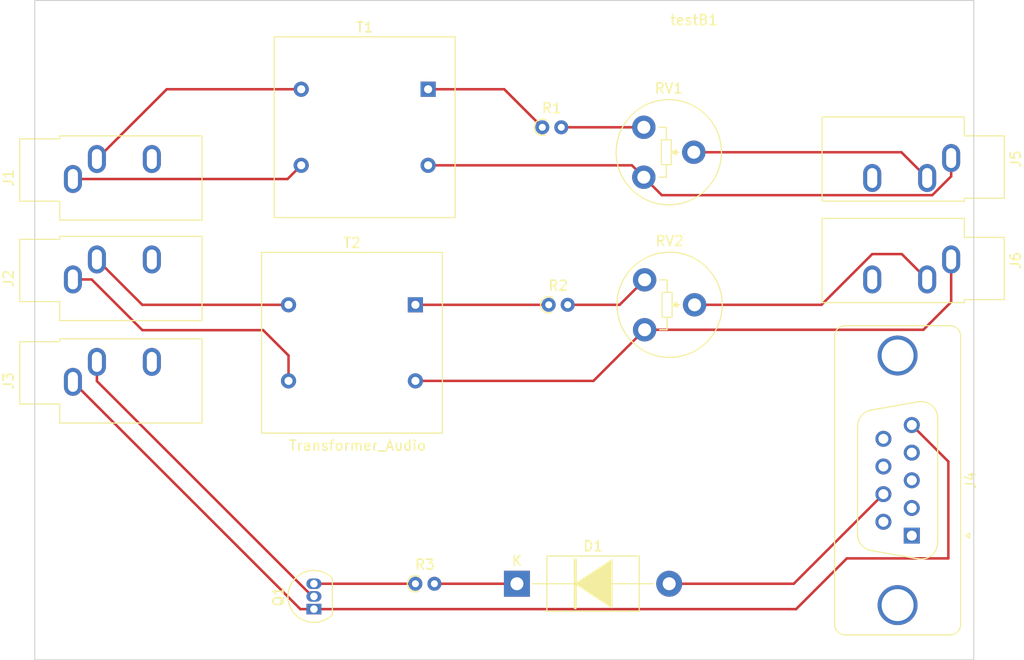
<source format=kicad_pcb>
(kicad_pcb (version 20221018) (generator pcbnew)
  (layers (0 "F.Cu" signal) (31 "B.Cu" signal) (34 "B.Paste" user) (35 "F.Paste" user) (36 "B.SilkS" user "B.Silkscreen") (37 "F.SilkS" user "F.Silkscreen") (38 "B.Mask" user) (39 "F.Mask" user) (44 "Edge.Cuts" user))
  (net 0 "")
  (net 1 "Net-(T1-SA)")
  (net 2 "Net-(T2-SA)")
  (net 3 "Net-(D1-K)")
  (net 4 "Net-(D1-A)")
  (net 6 "Net-(T1-AB)")
  (net 7 "Net-(T1-AA)")
  (net 9 "Net-(T2-AB)")
  (net 10 "Net-(T2-AA)")
  (net 12 "Net-(Q1-E)")
  (net 13 "Net-(Q1-C)")
  (net 23 "Net-(Q1-B)")
  (net 24 "Net-(T1-SB)")
  (net 25 "Net-(T2-SB)")
  (net 26 "Net-(J5-PadT)")
  (net 27 "Net-(J6-PadT)")
  (net 28 "Net-(R1-Pad2)")
  (net 29 "Net-(R2-Pad2)")
  (footprint "Connector_Audio:Jack_3.5mm_CUI_SJ1-3533NG_Horizontal" (layer "F.Cu") (at 80.02 96.62 90)
    (fp_text reference "J3" (at 0.1 -6.45 90) (layer "F.SilkS"))
    (fp_text value "AudioJack3")
    (fp_line (start -4.12 -1.32) (end -2.22 -1.32) (stroke (width 0.12)) (layer "F.SilkS"))
    (fp_line (start -4.12 12.92) (end -4.12 -1.32) (stroke (width 0.12)) (layer "F.SilkS"))
    (fp_line (start -2.22 -5.32) (end 4.02 -5.32) (stroke (width 0.12)) (layer "F.SilkS"))
    (fp_line (start -2.22 -1.32) (end -2.22 -5.32) (stroke (width 0.12)) (layer "F.SilkS"))
    (fp_line (start 4.02 -5.32) (end 4.02 -1.32) (stroke (width 0.12)) (layer "F.SilkS"))
    (fp_line (start 4.02 -1.32) (end 4.32 -1.32) (stroke (width 0.12)) (layer "F.SilkS"))
    (fp_line (start 4.32 -1.32) (end 4.32 12.92) (stroke (width 0.12)) (layer "F.SilkS"))
    (fp_line (start 4.32 12.92) (end -4.12 12.92) (stroke (width 0.12)) (layer "F.SilkS"))
    (pad "R" thru_hole oval (at 2 7.9 90) (size 2.8 1.8) (drill oval 2 1) (layers "*.Cu" "*.Mask"))
    (pad "S" thru_hole oval (at 0 0 90) (size 2.8 1.8) (drill oval 2 1) (layers "*.Cu" "*.Mask") (net 12 "Net-(Q1-E)"))
    (pad "T" thru_hole oval (at 2 2.4 90) (size 2.8 1.8) (drill oval 2 1) (layers "*.Cu" "*.Mask") (net 13 "Net-(Q1-C)"))
  )
  (footprint "Connector_Audio:Jack_3.5mm_CUI_SJ1-3533NG_Horizontal" (layer "F.Cu") (at 80.02 76.3 90)
    (fp_text reference "J1" (at 0.1 -6.45 90) (layer "F.SilkS"))
    (fp_text value "AudioJack3")
    (fp_line (start -4.12 -1.32) (end -2.22 -1.32) (stroke (width 0.12)) (layer "F.SilkS"))
    (fp_line (start -4.12 12.92) (end -4.12 -1.32) (stroke (width 0.12)) (layer "F.SilkS"))
    (fp_line (start -2.22 -5.32) (end 4.02 -5.32) (stroke (width 0.12)) (layer "F.SilkS"))
    (fp_line (start -2.22 -1.32) (end -2.22 -5.32) (stroke (width 0.12)) (layer "F.SilkS"))
    (fp_line (start 4.02 -5.32) (end 4.02 -1.32) (stroke (width 0.12)) (layer "F.SilkS"))
    (fp_line (start 4.02 -1.32) (end 4.32 -1.32) (stroke (width 0.12)) (layer "F.SilkS"))
    (fp_line (start 4.32 -1.32) (end 4.32 12.92) (stroke (width 0.12)) (layer "F.SilkS"))
    (fp_line (start 4.32 12.92) (end -4.12 12.92) (stroke (width 0.12)) (layer "F.SilkS"))
    (pad "R" thru_hole oval (at 2 7.9 90) (size 2.8 1.8) (drill oval 2 1) (layers "*.Cu" "*.Mask"))
    (pad "S" thru_hole oval (at 0 0 90) (size 2.8 1.8) (drill oval 2 1) (layers "*.Cu" "*.Mask") (net 6 "Net-(T1-AB)"))
    (pad "T" thru_hole oval (at 2 2.4 90) (size 2.8 1.8) (drill oval 2 1) (layers "*.Cu" "*.Mask") (net 7 "Net-(T1-AA)"))
  )
  (footprint "Transformer_THT:Transformer_NF_ETAL_1-1_P1200" (layer "F.Cu") (at 114.3 88.9)
    (fp_text reference "T2" (at -6.35 -6.2) (layer "F.SilkS"))
    (fp_text value "Transformer_Audio" (at -5.8 14.1) (layer "F.SilkS"))
    (fp_line (start -15.4 -5.25) (end 2.7 -5.25) (stroke (width 0.12)) (layer "F.SilkS"))
    (fp_line (start -15.4 12.85) (end -15.4 -5.25) (stroke (width 0.12)) (layer "F.SilkS"))
    (fp_line (start 2.7 -5.25) (end 2.7 12.85) (stroke (width 0.12)) (layer "F.SilkS"))
    (fp_line (start 2.7 12.85) (end -15.4 12.85) (stroke (width 0.12)) (layer "F.SilkS"))
    (pad "1" thru_hole rect (at 0 0) (size 1.52 1.52) (drill 0.81) (layers "*.Cu" "*.Mask") (net 25 "Net-(T2-SB)"))
    (pad "3" thru_hole circle (at 0 7.62) (size 1.52 1.52) (drill 0.81) (layers "*.Cu" "*.Mask") (net 2 "Net-(T2-SA)"))
    (pad "4" thru_hole circle (at -12.7 7.62) (size 1.52 1.52) (drill 0.81) (layers "*.Cu" "*.Mask") (net 9 "Net-(T2-AB)"))
    (pad "6" thru_hole circle (at -12.7 0) (size 1.52 1.52) (drill 0.81) (layers "*.Cu" "*.Mask") (net 10 "Net-(T2-AA)"))
  )
  (footprint "Resistor_THT:R_Axial_DIN0204_L3.6mm_D1.6mm_P1.90mm_Vertical" (layer "F.Cu") (at 127 71.12)
    (fp_text reference "R1" (at 0.95 -1.92) (layer "F.SilkS"))
    (fp_text value "R")
    (fp_arc (start 0.320095 0.749359) (mid -0.813042 -0.054435) (end 0.417133 -0.7) (stroke (width 0.12)) (layer "F.SilkS"))
    (pad "1" thru_hole circle (at 0 0) (size 1.4 1.4) (drill 0.7) (layers "*.Cu" "*.Mask") (net 24 "Net-(T1-SB)"))
    (pad "2" thru_hole oval (at 1.9 0) (size 1.4 1.4) (drill 0.7) (layers "*.Cu" "*.Mask") (net 28 "Net-(R1-Pad2)"))
  )
  (footprint "Package_TO_SOT_THT:TO-92_Inline" (layer "F.Cu") (at 104.14 119.38 90)
    (fp_text reference "Q1" (at 1.27 -3.56 90) (layer "F.SilkS"))
    (fp_text value "2SC1815")
    (fp_line (start -0.53 1.85) (end 3.07 1.85) (stroke (width 0.12)) (layer "F.SilkS"))
    (fp_arc (start -0.568478 1.838478) (mid -1.132087 -0.994977) (end 1.27 -2.6) (stroke (width 0.12)) (layer "F.SilkS"))
    (fp_arc (start 1.27 -2.6) (mid 3.672087 -0.994977) (end 3.108478 1.838478) (stroke (width 0.12)) (layer "F.SilkS"))
    (pad "1" thru_hole rect (at 0 0 90) (size 1.05 1.5) (drill 0.75) (layers "*.Cu" "*.Mask") (net 12 "Net-(Q1-E)"))
    (pad "2" thru_hole oval (at 1.27 0 90) (size 1.05 1.5) (drill 0.75) (layers "*.Cu" "*.Mask") (net 13 "Net-(Q1-C)"))
    (pad "3" thru_hole oval (at 2.54 0 90) (size 1.05 1.5) (drill 0.75) (layers "*.Cu" "*.Mask") (net 23 "Net-(Q1-B)"))
  )
  (footprint "Resistor_THT:R_Axial_DIN0204_L3.6mm_D1.6mm_P1.90mm_Vertical" (layer "F.Cu") (at 114.3 116.84)
    (fp_text reference "R3" (at 0.95 -1.92) (layer "F.SilkS"))
    (fp_text value "R")
    (fp_arc (start 0.320095 0.749359) (mid -0.813042 -0.054435) (end 0.417133 -0.7) (stroke (width 0.12)) (layer "F.SilkS"))
    (pad "1" thru_hole circle (at 0 0) (size 1.4 1.4) (drill 0.7) (layers "*.Cu" "*.Mask") (net 23 "Net-(Q1-B)"))
    (pad "2" thru_hole oval (at 1.9 0) (size 1.4 1.4) (drill 0.7) (layers "*.Cu" "*.Mask") (net 3 "Net-(D1-K)"))
  )
  (footprint "Connector_Audio:Jack_3.5mm_CUI_SJ1-3533NG_Horizontal" (layer "F.Cu") (at 167.92 74.2 -90)
    (fp_text reference "J5" (at 0.1 -6.45 90) (layer "F.SilkS"))
    (fp_text value "AudioJack3")
    (fp_line (start -4.12 -1.32) (end -2.22 -1.32) (stroke (width 0.12)) (layer "F.SilkS"))
    (fp_line (start -4.12 12.92) (end -4.12 -1.32) (stroke (width 0.12)) (layer "F.SilkS"))
    (fp_line (start -2.22 -5.32) (end 4.02 -5.32) (stroke (width 0.12)) (layer "F.SilkS"))
    (fp_line (start -2.22 -1.32) (end -2.22 -5.32) (stroke (width 0.12)) (layer "F.SilkS"))
    (fp_line (start 4.02 -5.32) (end 4.02 -1.32) (stroke (width 0.12)) (layer "F.SilkS"))
    (fp_line (start 4.02 -1.32) (end 4.32 -1.32) (stroke (width 0.12)) (layer "F.SilkS"))
    (fp_line (start 4.32 -1.32) (end 4.32 12.92) (stroke (width 0.12)) (layer "F.SilkS"))
    (fp_line (start 4.32 12.92) (end -4.12 12.92) (stroke (width 0.12)) (layer "F.SilkS"))
    (pad "R" thru_hole oval (at 2 7.9 270) (size 2.8 1.8) (drill oval 2 1) (layers "*.Cu" "*.Mask"))
    (pad "S" thru_hole oval (at 0 0 270) (size 2.8 1.8) (drill oval 2 1) (layers "*.Cu" "*.Mask") (net 1 "Net-(T1-SA)"))
    (pad "T" thru_hole oval (at 2 2.4 270) (size 2.8 1.8) (drill oval 2 1) (layers "*.Cu" "*.Mask") (net 26 "Net-(J5-PadT)"))
  )
  (footprint "PCM_Potentiometer_THT_AKL:Potentiometer_Piher_PT-10-V05_Vertical" (layer "F.Cu") (at 137.24 91.4)
    (fp_text reference "RV2" (at 2.5 -8.9) (layer "F.SilkS"))
    (fp_text value "R_Potentiometer_Trim" hide)
    (fp_line (start 2.25 -5) (end 1.5 -5) (stroke (width 0.12)) (layer "F.SilkS"))
    (fp_line (start 2.25 -3.75) (end 2.25 -5) (stroke (width 0.12)) (layer "F.SilkS"))
    (fp_line (start 2.25 -1.25) (end 2.25 0) (stroke (width 0.12)) (layer "F.SilkS"))
    (fp_line (start 2.25 0) (end 1.5 0) (stroke (width 0.12)) (layer "F.SilkS"))
    (fp_line (start 2.75 -2.5) (end 3.5 -2.5) (stroke (width 0.12)) (layer "F.SilkS"))
    (fp_rect (start 1.75 -3.75) (end 2.75 -1.25) (stroke (width 0.12)) (fill none) (layer "F.SilkS"))
    (fp_circle (center 2.501 -2.5) (end 7.771 -2.5) (stroke (width 0.12)) (fill none) (layer "F.SilkS"))
    (fp_poly (pts (xy 3.25 -2.25) (xy 2.75 -2.5) (xy 3.25 -2.75)) (stroke (width 0.12)) (fill solid) (layer "F.SilkS"))
    (pad "1" thru_hole circle (at 0 -5) (size 2.34 2.34) (drill 1.3) (layers "*.Cu" "*.Mask") (net 29 "Net-(R2-Pad2)"))
    (pad "2" thru_hole circle (at 5 -2.5) (size 2.34 2.34) (drill 1.3) (layers "*.Cu" "*.Mask") (net 27 "Net-(J6-PadT)"))
    (pad "3" thru_hole circle (at 0 0) (size 2.34 2.34) (drill 1.3) (layers "*.Cu" "*.Mask") (net 2 "Net-(T2-SA)"))
  )
  (footprint "PCM_Potentiometer_THT_AKL:Potentiometer_Piher_PT-10-V05_Vertical" (layer "F.Cu") (at 137.16 76.12)
    (fp_text reference "RV1" (at 2.5 -8.9) (layer "F.SilkS"))
    (fp_text value "R_Potentiometer_Trim" hide)
    (fp_line (start 2.25 -5) (end 1.5 -5) (stroke (width 0.12)) (layer "F.SilkS"))
    (fp_line (start 2.25 -3.75) (end 2.25 -5) (stroke (width 0.12)) (layer "F.SilkS"))
    (fp_line (start 2.25 -1.25) (end 2.25 0) (stroke (width 0.12)) (layer "F.SilkS"))
    (fp_line (start 2.25 0) (end 1.5 0) (stroke (width 0.12)) (layer "F.SilkS"))
    (fp_line (start 2.75 -2.5) (end 3.5 -2.5) (stroke (width 0.12)) (layer "F.SilkS"))
    (fp_rect (start 1.75 -3.75) (end 2.75 -1.25) (stroke (width 0.12)) (fill none) (layer "F.SilkS"))
    (fp_circle (center 2.501 -2.5) (end 7.771 -2.5) (stroke (width 0.12)) (fill none) (layer "F.SilkS"))
    (fp_poly (pts (xy 3.25 -2.25) (xy 2.75 -2.5) (xy 3.25 -2.75)) (stroke (width 0.12)) (fill solid) (layer "F.SilkS"))
    (pad "1" thru_hole circle (at 0 -5) (size 2.34 2.34) (drill 1.3) (layers "*.Cu" "*.Mask") (net 28 "Net-(R1-Pad2)"))
    (pad "2" thru_hole circle (at 5 -2.5) (size 2.34 2.34) (drill 1.3) (layers "*.Cu" "*.Mask") (net 26 "Net-(J5-PadT)"))
    (pad "3" thru_hole circle (at 0 0) (size 2.34 2.34) (drill 1.3) (layers "*.Cu" "*.Mask") (net 1 "Net-(T1-SA)"))
  )
  (footprint "PCM_Diode_THT_AKL:D_DO-201AE_P15.24mm_Horizontal" (layer "F.Cu") (at 124.46 116.84)
    (fp_text reference "D1" (at 7.62 -3.77) (layer "F.SilkS"))
    (fp_text value "PMEG3010ER" hide)
    (fp_text user "K" (at 0 -2.3) (layer "F.SilkS"))
    (fp_line (start 1.54 0) (end 3 0) (stroke (width 0.12)) (layer "F.SilkS"))
    (fp_line (start 3 -2.77) (end 3 2.77) (stroke (width 0.12)) (layer "F.SilkS"))
    (fp_line (start 3 2.77) (end 12.24 2.77) (stroke (width 0.12)) (layer "F.SilkS"))
    (fp_line (start 5.842 -2.413) (end 5.842 2.413) (stroke (width 0.3)) (layer "F.SilkS"))
    (fp_line (start 5.969 0) (end 3 0) (stroke (width 0.12)) (layer "F.SilkS"))
    (fp_line (start 9.525 0) (end 12.24 0) (stroke (width 0.12)) (layer "F.SilkS"))
    (fp_line (start 12.24 -2.77) (end 3 -2.77) (stroke (width 0.12)) (layer "F.SilkS"))
    (fp_line (start 12.24 2.77) (end 12.24 -2.77) (stroke (width 0.12)) (layer "F.SilkS"))
    (fp_line (start 13.7 0) (end 12.24 0) (stroke (width 0.12)) (layer "F.SilkS"))
    (fp_poly (pts (xy 9.525 2.413) (xy 5.842 0) (xy 9.525 -2.413)) (stroke (width 0.1)) (fill solid) (layer "F.SilkS"))
    (pad "1" thru_hole rect (at 0 0) (size 2.6 2.6) (drill 1.3) (layers "*.Cu" "*.Mask") (net 3 "Net-(D1-K)"))
    (pad "2" thru_hole oval (at 15.24 0) (size 2.6 2.6) (drill 1.3) (layers "*.Cu" "*.Mask") (net 4 "Net-(D1-A)"))
  )
  (footprint "Resistor_THT:R_Axial_DIN0204_L3.6mm_D1.6mm_P1.90mm_Vertical" (layer "F.Cu") (at 127.64 88.9)
    (fp_text reference "R2" (at 0.95 -1.92) (layer "F.SilkS"))
    (fp_text value "R")
    (fp_arc (start 0.320095 0.749359) (mid -0.813042 -0.054435) (end 0.417133 -0.7) (stroke (width 0.12)) (layer "F.SilkS"))
    (pad "1" thru_hole circle (at 0 0) (size 1.4 1.4) (drill 0.7) (layers "*.Cu" "*.Mask") (net 25 "Net-(T2-SB)"))
    (pad "2" thru_hole oval (at 1.9 0) (size 1.4 1.4) (drill 0.7) (layers "*.Cu" "*.Mask") (net 29 "Net-(R2-Pad2)"))
  )
  (footprint "Connector_Audio:Jack_3.5mm_CUI_SJ1-3533NG_Horizontal" (layer "F.Cu") (at 80.02 86.36 90)
    (fp_text reference "J2" (at 0.1 -6.45 90) (layer "F.SilkS"))
    (fp_text value "AudioJack3")
    (fp_line (start -4.12 -1.32) (end -2.22 -1.32) (stroke (width 0.12)) (layer "F.SilkS"))
    (fp_line (start -4.12 12.92) (end -4.12 -1.32) (stroke (width 0.12)) (layer "F.SilkS"))
    (fp_line (start -2.22 -5.32) (end 4.02 -5.32) (stroke (width 0.12)) (layer "F.SilkS"))
    (fp_line (start -2.22 -1.32) (end -2.22 -5.32) (stroke (width 0.12)) (layer "F.SilkS"))
    (fp_line (start 4.02 -5.32) (end 4.02 -1.32) (stroke (width 0.12)) (layer "F.SilkS"))
    (fp_line (start 4.02 -1.32) (end 4.32 -1.32) (stroke (width 0.12)) (layer "F.SilkS"))
    (fp_line (start 4.32 -1.32) (end 4.32 12.92) (stroke (width 0.12)) (layer "F.SilkS"))
    (fp_line (start 4.32 12.92) (end -4.12 12.92) (stroke (width 0.12)) (layer "F.SilkS"))
    (pad "R" thru_hole oval (at 2 7.9 90) (size 2.8 1.8) (drill oval 2 1) (layers "*.Cu" "*.Mask"))
    (pad "S" thru_hole oval (at 0 0 90) (size 2.8 1.8) (drill oval 2 1) (layers "*.Cu" "*.Mask") (net 9 "Net-(T2-AB)"))
    (pad "T" thru_hole oval (at 2 2.4 90) (size 2.8 1.8) (drill oval 2 1) (layers "*.Cu" "*.Mask") (net 10 "Net-(T2-AA)"))
  )
  (footprint "Connector_Dsub:DSUB-9_Female_Vertical_P2.77x2.84mm_MountingHoles" (layer "F.Cu") (at 163.98 112.02 -90)
    (fp_text reference "J4" (at -5.54 -5.89 90) (layer "F.SilkS"))
    (fp_text value "DE9_Plug")
    (fp_line (start -21.025 6.67) (end -21.025 -3.83) (stroke (width 0.12)) (layer "F.SilkS"))
    (fp_line (start -19.965 -4.89) (end 8.885 -4.89) (stroke (width 0.12)) (layer "F.SilkS"))
    (fp_line (start -13.40647 -0.641744) (end -12.577733 4.058256) (stroke (width 0.12)) (layer "F.SilkS"))
    (fp_line (start -11.771689 -2.59) (end 0.691689 -2.59) (stroke (width 0.12)) (layer "F.SilkS"))
    (fp_line (start -10.942952 5.43) (end -0.137048 5.43) (stroke (width 0.12)) (layer "F.SilkS"))
    (fp_line (start -0.25 -5.784338) (end 0.25 -5.784338) (stroke (width 0.12)) (layer "F.SilkS"))
    (fp_line (start 0 -5.351325) (end -0.25 -5.784338) (stroke (width 0.12)) (layer "F.SilkS"))
    (fp_line (start 0.25 -5.784338) (end 0 -5.351325) (stroke (width 0.12)) (layer "F.SilkS"))
    (fp_line (start 2.32647 -0.641744) (end 1.497733 4.058256) (stroke (width 0.12)) (layer "F.SilkS"))
    (fp_line (start 8.885 7.73) (end -19.965 7.73) (stroke (width 0.12)) (layer "F.SilkS"))
    (fp_line (start 9.945 -3.83) (end 9.945 6.67) (stroke (width 0.12)) (layer "F.SilkS"))
    (fp_arc (start -21.025 -3.83) (mid -20.714533 -4.579533) (end -19.965 -4.89) (stroke (width 0.12)) (layer "F.SilkS"))
    (fp_arc (start -19.965 7.73) (mid -20.714533 7.419533) (end -21.025 6.67) (stroke (width 0.12)) (layer "F.SilkS"))
    (fp_arc (start -13.40647 -0.641744) (mid -13.043323 -1.997028) (end -11.771689 -2.59) (stroke (width 0.12)) (layer "F.SilkS"))
    (fp_arc (start -10.942952 5.43) (mid -12.00998 5.041634) (end -12.577733 4.058256) (stroke (width 0.12)) (layer "F.SilkS"))
    (fp_arc (start 0.691689 -2.59) (mid 1.963324 -1.997028) (end 2.32647 -0.641744) (stroke (width 0.12)) (layer "F.SilkS"))
    (fp_arc (start 1.497733 4.058256) (mid 0.92998 5.041634) (end -0.137048 5.43) (stroke (width 0.12)) (layer "F.SilkS"))
    (fp_arc (start 8.885 -4.89) (mid 9.634533 -4.579533) (end 9.945 -3.83) (stroke (width 0.12)) (layer "F.SilkS"))
    (fp_arc (start 9.945 6.67) (mid 9.634533 7.419533) (end 8.885 7.73) (stroke (width 0.12)) (layer "F.SilkS"))
    (pad "0" thru_hole circle (at -18.04 1.42 270) (size 4 4) (drill 3.2) (layers "*.Cu" "*.Mask"))
    (pad "0" thru_hole circle (at 6.96 1.42 270) (size 4 4) (drill 3.2) (layers "*.Cu" "*.Mask"))
    (pad "1" thru_hole rect (at 0 0 270) (size 1.6 1.6) (drill 1) (layers "*.Cu" "*.Mask"))
    (pad "2" thru_hole circle (at -2.77 0 270) (size 1.6 1.6) (drill 1) (layers "*.Cu" "*.Mask"))
    (pad "3" thru_hole circle (at -5.54 0 270) (size 1.6 1.6) (drill 1) (layers "*.Cu" "*.Mask"))
    (pad "4" thru_hole circle (at -8.31 0 270) (size 1.6 1.6) (drill 1) (layers "*.Cu" "*.Mask"))
    (pad "5" thru_hole circle (at -11.08 0 270) (size 1.6 1.6) (drill 1) (layers "*.Cu" "*.Mask") (net 12 "Net-(Q1-E)"))
    (pad "6" thru_hole circle (at -1.385 2.84 270) (size 1.6 1.6) (drill 1) (layers "*.Cu" "*.Mask"))
    (pad "7" thru_hole circle (at -4.155 2.84 270) (size 1.6 1.6) (drill 1) (layers "*.Cu" "*.Mask") (net 4 "Net-(D1-A)"))
    (pad "8" thru_hole circle (at -6.925 2.84 270) (size 1.6 1.6) (drill 1) (layers "*.Cu" "*.Mask"))
    (pad "9" thru_hole circle (at -9.695 2.84 270) (size 1.6 1.6) (drill 1) (layers "*.Cu" "*.Mask"))
  )
  (footprint "Transformer_THT:Transformer_NF_ETAL_1-1_P1200" (layer "F.Cu") (at 115.57 67.31)
    (fp_text reference "T1" (at -6.35 -6.2) (layer "F.SilkS"))
    (fp_text value "Transformer_Audio")
    (fp_line (start -15.4 -5.25) (end 2.7 -5.25) (stroke (width 0.12)) (layer "F.SilkS"))
    (fp_line (start -15.4 12.85) (end -15.4 -5.25) (stroke (width 0.12)) (layer "F.SilkS"))
    (fp_line (start 2.7 -5.25) (end 2.7 12.85) (stroke (width 0.12)) (layer "F.SilkS"))
    (fp_line (start 2.7 12.85) (end -15.4 12.85) (stroke (width 0.12)) (layer "F.SilkS"))
    (pad "1" thru_hole rect (at 0 0) (size 1.52 1.52) (drill 0.81) (layers "*.Cu" "*.Mask") (net 24 "Net-(T1-SB)"))
    (pad "3" thru_hole circle (at 0 7.62) (size 1.52 1.52) (drill 0.81) (layers "*.Cu" "*.Mask") (net 1 "Net-(T1-SA)"))
    (pad "4" thru_hole circle (at -12.7 7.62) (size 1.52 1.52) (drill 0.81) (layers "*.Cu" "*.Mask") (net 6 "Net-(T1-AB)"))
    (pad "6" thru_hole circle (at -12.7 0) (size 1.52 1.52) (drill 0.81) (layers "*.Cu" "*.Mask") (net 7 "Net-(T1-AA)"))
  )
  (footprint "Connector_Audio:Jack_3.5mm_CUI_SJ1-3533NG_Horizontal" (layer "F.Cu") (at 167.92 84.36 -90)
    (fp_text reference "J6" (at 0.1 -6.45 90) (layer "F.SilkS"))
    (fp_text value "AudioJack3")
    (fp_line (start -4.12 -1.32) (end -2.22 -1.32) (stroke (width 0.12)) (layer "F.SilkS"))
    (fp_line (start -4.12 12.92) (end -4.12 -1.32) (stroke (width 0.12)) (layer "F.SilkS"))
    (fp_line (start -2.22 -5.32) (end 4.02 -5.32) (stroke (width 0.12)) (layer "F.SilkS"))
    (fp_line (start -2.22 -1.32) (end -2.22 -5.32) (stroke (width 0.12)) (layer "F.SilkS"))
    (fp_line (start 4.02 -5.32) (end 4.02 -1.32) (stroke (width 0.12)) (layer "F.SilkS"))
    (fp_line (start 4.02 -1.32) (end 4.32 -1.32) (stroke (width 0.12)) (layer "F.SilkS"))
    (fp_line (start 4.32 -1.32) (end 4.32 12.92) (stroke (width 0.12)) (layer "F.SilkS"))
    (fp_line (start 4.32 12.92) (end -4.12 12.92) (stroke (width 0.12)) (layer "F.SilkS"))
    (pad "R" thru_hole oval (at 2 7.9 270) (size 2.8 1.8) (drill oval 2 1) (layers "*.Cu" "*.Mask"))
    (pad "S" thru_hole oval (at 0 0 270) (size 2.8 1.8) (drill oval 2 1) (layers "*.Cu" "*.Mask") (net 2 "Net-(T2-SA)"))
    (pad "T" thru_hole oval (at 2 2.4 270) (size 2.8 1.8) (drill oval 2 1) (layers "*.Cu" "*.Mask") (net 27 "Net-(J6-PadT)"))
  )
  (gr_rect (start 76.2 58.42) (end 170.18 124.46) (stroke (width 0.1)) (fill none) (layer "Edge.Cuts"))
  (gr_text "testB1" (at 139.7 60.96) (layer "F.SilkS") (effects (font (size 1 1)) (justify left bottom)))
  (segment (start 166.030598 77.92007) (end 167.92 76.030668) (width 0.25) (layer "F.Cu") (net 1))
  (segment (start 138.96007 77.92007) (end 166.030598 77.92007) (width 0.25) (layer "F.Cu") (net 1))
  (segment (start 137.16 76.12) (end 138.96007 77.92007) (width 0.25) (layer "F.Cu") (net 1))
  (segment (start 167.92 76.030668) (end 167.92 74.2) (width 0.25) (layer "F.Cu") (net 1))
  (segment (start 115.57 74.93) (end 135.97 74.93) (width 0.25) (layer "F.Cu") (net 1))
  (segment (start 135.97 74.93) (end 137.16 76.12) (width 0.25) (layer "F.Cu") (net 1))
  (segment (start 114.3 96.52) (end 132.12 96.52) (width 0.25) (layer "F.Cu") (net 2))
  (segment (start 137.24 91.4) (end 165.14 91.4) (width 0.25) (layer "F.Cu") (net 2))
  (segment (start 165.14 91.4) (end 167.92 88.62) (width 0.25) (layer "F.Cu") (net 2))
  (segment (start 167.92 88.62) (end 167.92 84.36) (width 0.25) (layer "F.Cu") (net 2))
  (segment (start 132.12 96.52) (end 137.24 91.4) (width 0.25) (layer "F.Cu") (net 2))
  (segment (start 116.2 116.84) (end 124.46 116.84) (width 0.25) (layer "F.Cu") (net 3))
  (segment (start 152.165 116.84) (end 161.14 107.865) (width 0.25) (layer "F.Cu") (net 4))
  (segment (start 139.7 116.84) (end 152.165 116.84) (width 0.25) (layer "F.Cu") (net 4))
  (segment (start 80.02 76.3) (end 101.5 76.3) (width 0.25) (layer "F.Cu") (net 6))
  (segment (start 101.5 76.3) (end 102.87 74.93) (width 0.25) (layer "F.Cu") (net 6))
  (segment (start 89.41 67.31) (end 102.87 67.31) (width 0.25) (layer "F.Cu") (net 7))
  (segment (start 82.42 74.3) (end 89.41 67.31) (width 0.25) (layer "F.Cu") (net 7))
  (segment (start 80.02 86.36) (end 81.890668 86.36) (width 0.25) (layer "F.Cu") (net 9))
  (segment (start 86.970668 91.44) (end 99.06 91.44) (width 0.25) (layer "F.Cu") (net 9))
  (segment (start 81.890668 86.36) (end 86.970668 91.44) (width 0.25) (layer "F.Cu") (net 9))
  (segment (start 101.6 93.98) (end 101.6 96.52) (width 0.25) (layer "F.Cu") (net 9))
  (segment (start 99.06 91.44) (end 101.6 93.98) (width 0.25) (layer "F.Cu") (net 9))
  (segment (start 86.96 88.9) (end 101.6 88.9) (width 0.25) (layer "F.Cu") (net 10))
  (segment (start 82.42 84.36) (end 86.96 88.9) (width 0.25) (layer "F.Cu") (net 10))
  (segment (start 167.64 104.6) (end 167.64 114.3) (width 0.25) (layer "F.Cu") (net 12))
  (segment (start 80.02 96.62) (end 102.78 119.38) (width 0.25) (layer "F.Cu") (net 12))
  (segment (start 167.64 114.3) (end 157.48 114.3) (width 0.25) (layer "F.Cu") (net 12))
  (segment (start 163.98 100.94) (end 167.64 104.6) (width 0.25) (layer "F.Cu") (net 12))
  (segment (start 152.4 119.38) (end 104.14 119.38) (width 0.25) (layer "F.Cu") (net 12))
  (segment (start 157.48 114.3) (end 152.4 119.38) (width 0.25) (layer "F.Cu") (net 12))
  (segment (start 102.78 119.38) (end 104.14 119.38) (width 0.25) (layer "F.Cu") (net 12))
  (segment (start 103.98681 118.11) (end 104.14 118.11) (width 0.25) (layer "F.Cu") (net 13))
  (segment (start 82.42 96.54319) (end 103.98681 118.11) (width 0.25) (layer "F.Cu") (net 13))
  (segment (start 82.42 94.62) (end 82.42 96.54319) (width 0.25) (layer "F.Cu") (net 13))
  (segment (start 104.14 116.84) (end 114.3 116.84) (width 0.25) (layer "F.Cu") (net 23))
  (segment (start 123.19 67.31) (end 127 71.12) (width 0.25) (layer "F.Cu") (net 24))
  (segment (start 115.57 67.31) (end 123.19 67.31) (width 0.25) (layer "F.Cu") (net 24))
  (segment (start 114.3 88.9) (end 127.64 88.9) (width 0.25) (layer "F.Cu") (net 25))
  (segment (start 142.16 73.62) (end 162.94 73.62) (width 0.25) (layer "F.Cu") (net 26))
  (segment (start 162.94 73.62) (end 165.52 76.2) (width 0.25) (layer "F.Cu") (net 26))
  (segment (start 160.02 83.82) (end 162.98 83.82) (width 0.25) (layer "F.Cu") (net 27))
  (segment (start 162.98 83.82) (end 165.52 86.36) (width 0.25) (layer "F.Cu") (net 27))
  (segment (start 154.94 88.9) (end 160.02 83.82) (width 0.25) (layer "F.Cu") (net 27))
  (segment (start 142.24 88.9) (end 154.94 88.9) (width 0.25) (layer "F.Cu") (net 27))
  (segment (start 128.9 71.12) (end 137.16 71.12) (width 0.25) (layer "F.Cu") (net 28))
  (segment (start 129.54 88.9) (end 134.74 88.9) (width 0.25) (layer "F.Cu") (net 29))
  (segment (start 134.74 88.9) (end 137.24 86.4) (width 0.25) (layer "F.Cu") (net 29))
)
</source>
